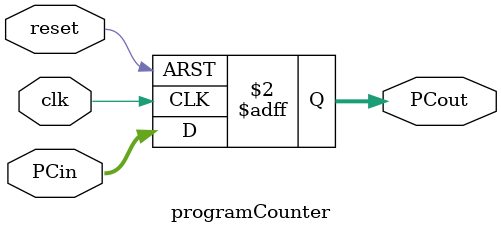
<source format=v>
module programCounter(
  input clk, reset,
  input [63:0] PCin,
  output reg [63:0] PCout);
  
  always @ (posedge clk or posedge reset)
    begin
      if (reset)
        PCout = 0;
      else
        PCout = PCin;
    end
endmodule
</source>
